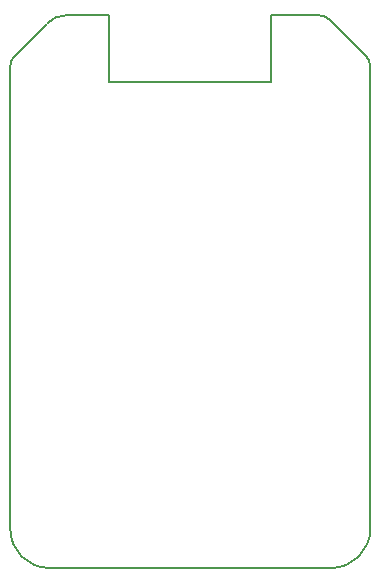
<source format=gko>
%FSLAX25Y25*%
%MOIN*%
G70*
G01*
G75*
G04 Layer_Color=16711935*
%ADD10C,0.01500*%
%ADD11C,0.02000*%
%ADD12C,0.01000*%
%ADD13C,0.00700*%
%ADD14C,0.05000*%
%ADD15R,0.03740X0.03937*%
%ADD16R,0.02000X0.02000*%
%ADD17R,0.04724X0.03347*%
%ADD18R,0.03937X0.03937*%
%ADD19R,0.02000X0.02000*%
%ADD20R,0.02165X0.05709*%
%ADD21R,0.02165X0.05709*%
%ADD22R,0.01500X0.05400*%
%ADD23O,0.02756X0.09843*%
%ADD24R,0.07874X0.03937*%
%ADD25R,0.05906X0.04500*%
%ADD26R,0.06575X0.06693*%
%ADD27R,0.08661X0.07874*%
%ADD28C,0.03000*%
%ADD29C,0.03200*%
%ADD30R,0.44900X0.10200*%
%ADD31C,0.04724*%
%ADD32O,0.05906X0.07480*%
%ADD33C,0.03150*%
%ADD34C,0.06900*%
%ADD35R,0.06900X0.06900*%
%ADD36C,0.02362*%
%ADD37R,0.44900X0.09800*%
%ADD38C,0.00500*%
%ADD39C,0.00787*%
%ADD40C,0.00394*%
%ADD41C,0.00984*%
%ADD42C,0.01181*%
%ADD43C,0.00018*%
%ADD44C,0.00800*%
%ADD45C,0.01200*%
%ADD46R,0.09572X0.00759*%
%ADD47R,0.00900X0.40700*%
%ADD48R,0.09743X0.00900*%
%ADD49R,0.01433X0.08858*%
%ADD50R,0.01433X0.08858*%
%ADD51R,0.10236X0.04035*%
%ADD52R,0.02500X0.02900*%
%ADD53R,0.21200X0.12300*%
%ADD54R,0.04540X0.04737*%
%ADD55R,0.02800X0.02800*%
%ADD56R,0.05524X0.04147*%
%ADD57R,0.04737X0.04737*%
%ADD58R,0.02800X0.02800*%
%ADD59R,0.02965X0.06509*%
%ADD60R,0.02965X0.06509*%
%ADD61R,0.02300X0.06200*%
%ADD62O,0.03556X0.10642*%
%ADD63R,0.08674X0.04737*%
%ADD64R,0.06706X0.05300*%
%ADD65R,0.07375X0.07493*%
%ADD66R,0.09461X0.08674*%
%ADD67C,0.05524*%
%ADD68O,0.06706X0.08280*%
%ADD69C,0.03950*%
%ADD70C,0.07700*%
%ADD71R,0.07700X0.07700*%
%ADD72C,0.00057*%
%ADD73R,0.01568X0.07788*%
D44*
X-58525Y33700D02*
G03*
X-59989Y30165I3536J-3536D01*
G01*
X60000D02*
G03*
X58535Y33700I-5000J0D01*
G01*
X-41300Y47225D02*
G03*
X-47664Y44589I0J-9000D01*
G01*
X46435Y45735D02*
G03*
X42900Y47200I-3536J-3536D01*
G01*
X47037Y-137000D02*
G03*
X60000Y-124037I0J12963D01*
G01*
X-60000D02*
G03*
X-47037Y-137000I12963J0D01*
G01*
X-60000Y-124037D02*
Y30000D01*
X-58500Y33725D02*
X-47825Y44400D01*
X46425Y45800D02*
X58500Y33725D01*
X60000Y-124400D02*
Y30200D01*
X27000Y47225D02*
X42875D01*
X-41375D02*
X-27000D01*
X-47037Y-137000D02*
X47400D01*
X27000Y25000D02*
Y47225D01*
X-27000Y25000D02*
Y47225D01*
Y25000D02*
X27000D01*
M02*

</source>
